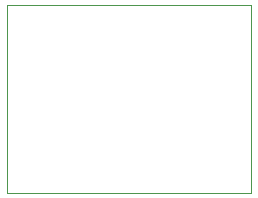
<source format=gko>
G04 (created by PCBNEW (2013-07-07 BZR 4022)-stable) date 15/01/2015 16:28:21*
%MOIN*%
G04 Gerber Fmt 3.4, Leading zero omitted, Abs format*
%FSLAX34Y34*%
G01*
G70*
G90*
G04 APERTURE LIST*
%ADD10C,0.00590551*%
%ADD11C,0.00393701*%
G04 APERTURE END LIST*
G54D10*
G54D11*
X71250Y-47100D02*
X71300Y-47100D01*
X71250Y-40850D02*
X71250Y-47100D01*
X79400Y-40850D02*
X71250Y-40850D01*
X79400Y-47100D02*
X79400Y-40850D01*
X71300Y-47100D02*
X79400Y-47100D01*
M02*

</source>
